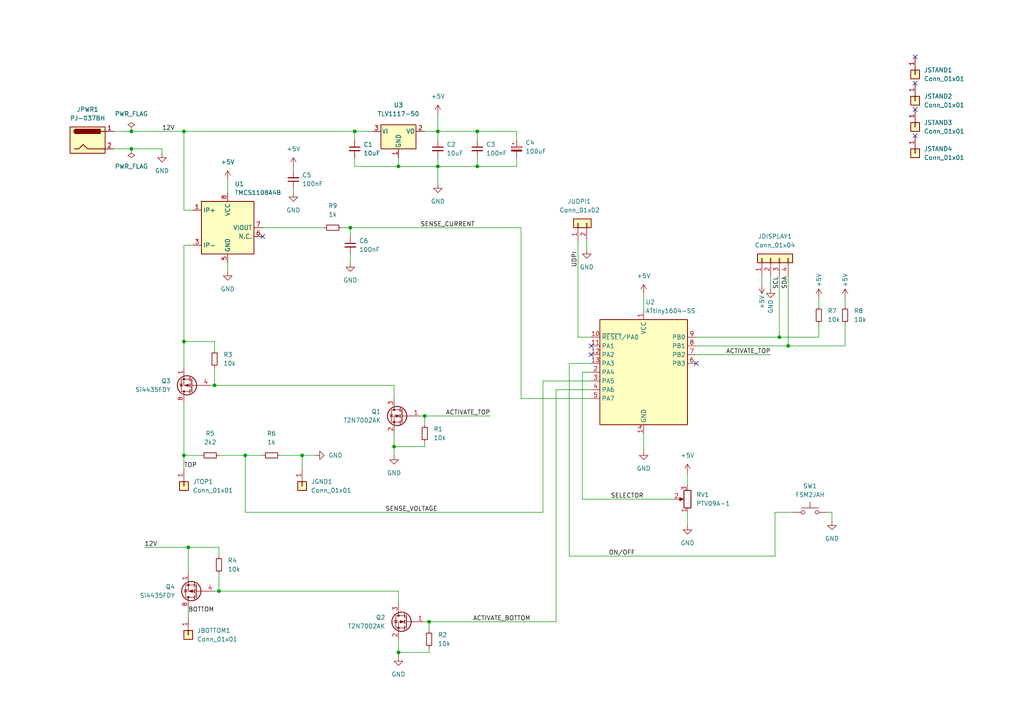
<source format=kicad_sch>
(kicad_sch (version 20211123) (generator eeschema)
  (paper "A4")
  (title_block (title "Heatplate controler") (rev "1"))
  (lib_symbols
    (symbol "Connector:Barrel_Jack" (pin_names (offset 1.016))
      (property "Reference" "J" (at 0 5.334 0))
      (property "Value" "Barrel_Jack" (at 0 -5.08 0))
      (symbol "Barrel_Jack_0_1"
        (rectangle (start -5.08 3.81) (end 5.08 -3.81) (stroke (width 0.254)) (fill (type background)))
        (arc (start -3.302 3.175) (mid -3.937 2.54) (end -3.302 1.905) (stroke (width 0.254)))
        (arc (start -3.302 3.175) (mid -3.937 2.54) (end -3.302 1.905) (stroke (width 0.254)) (fill (type outline)))
        (polyline (pts (xy 5.08 2.54) (xy 3.81 2.54)) (stroke (width 0.254)))
        (polyline (pts (xy -3.81 -2.54) (xy -2.54 -2.54) (xy -1.27 -1.27) (xy 0 -2.54) (xy 2.54 -2.54) (xy 5.08 -2.54)) (stroke (width 0.254)))
        (rectangle (start 3.683 3.175) (end -3.302 1.905) (stroke (width 0.254)) (fill (type outline)))
      )
      (symbol "Barrel_Jack_1_1"
        (pin passive line (at 7.62 2.54 180) (length 2.54) (name "~") (number "1"))
        (pin passive line (at 7.62 -2.54 180) (length 2.54) (name "~") (number "2"))
      )
    )
    (symbol "Connector_Generic:Conn_01x01" (pin_names (offset 1.016) hide)
      (property "Reference" "J" (at 0 2.54 0))
      (property "Value" "Conn_01x01" (at 0 -2.54 0))
      (symbol "Conn_01x01_1_1"
        (rectangle (start -1.27 0.127) (end 0 -0.127) (stroke (width 0.1524)))
        (rectangle (start -1.27 1.27) (end 1.27 -1.27) (stroke (width 0.254)) (fill (type background)))
        (pin passive line (at -5.08 0 0) (length 3.81) (name "Pin_1") (number "1"))
      )
    )
    (symbol "Connector_Generic:Conn_01x02" (pin_names (offset 1.016) hide)
      (property "Reference" "J" (at 0 2.54 0))
      (property "Value" "Conn_01x02" (at 0 -5.08 0))
      (symbol "Conn_01x02_1_1"
        (rectangle (start -1.27 -2.413) (end 0 -2.667) (stroke (width 0.1524)))
        (rectangle (start -1.27 0.127) (end 0 -0.127) (stroke (width 0.1524)))
        (rectangle (start -1.27 1.27) (end 1.27 -3.81) (stroke (width 0.254)) (fill (type background)))
        (pin passive line (at -5.08 0 0) (length 3.81) (name "Pin_1") (number "1"))
        (pin passive line (at -5.08 -2.54 0) (length 3.81) (name "Pin_2") (number "2"))
      )
    )
    (symbol "Connector_Generic:Conn_01x04" (pin_names (offset 1.016) hide)
      (property "Reference" "J" (at 0 5.08 0))
      (property "Value" "Conn_01x04" (at 0 -7.62 0))
      (symbol "Conn_01x04_1_1"
        (rectangle (start -1.27 -4.953) (end 0 -5.207) (stroke (width 0.1524)))
        (rectangle (start -1.27 -2.413) (end 0 -2.667) (stroke (width 0.1524)))
        (rectangle (start -1.27 0.127) (end 0 -0.127) (stroke (width 0.1524)))
        (rectangle (start -1.27 2.667) (end 0 2.413) (stroke (width 0.1524)))
        (rectangle (start -1.27 3.81) (end 1.27 -6.35) (stroke (width 0.254)) (fill (type background)))
        (pin passive line (at -5.08 2.54 0) (length 3.81) (name "Pin_1") (number "1"))
        (pin passive line (at -5.08 0 0) (length 3.81) (name "Pin_2") (number "2"))
        (pin passive line (at -5.08 -2.54 0) (length 3.81) (name "Pin_3") (number "3"))
        (pin passive line (at -5.08 -5.08 0) (length 3.81) (name "Pin_4") (number "4"))
      )
    )
    (symbol "Device:C_Polarized_Small" (pin_numbers hide) (pin_names (offset 0.254) hide)
      (property "Reference" "C" (at 0.254 1.778 0))
      (property "Value" "C_Polarized_Small" (at 0.254 -2.032 0))
      (symbol "C_Polarized_Small_0_1"
        (rectangle (start -1.524 -0.3048) (end 1.524 -0.6858) (fill (type outline)))
        (rectangle (start -1.524 0.6858) (end 1.524 0.3048))
        (polyline (pts (xy -1.27 1.524) (xy -0.762 1.524)))
        (polyline (pts (xy -1.016 1.27) (xy -1.016 1.778)))
      )
      (symbol "C_Polarized_Small_1_1"
        (pin passive line (at 0 2.54 270) (length 1.8542) (name "~") (number "1"))
        (pin passive line (at 0 -2.54 90) (length 1.8542) (name "~") (number "2"))
      )
    )
    (symbol "Device:C_Small" (pin_numbers hide) (pin_names (offset 0.254) hide)
      (property "Reference" "C" (at 0.254 1.778 0))
      (property "Value" "C_Small" (at 0.254 -2.032 0))
      (symbol "C_Small_0_1"
        (polyline (pts (xy -1.524 -0.508) (xy 1.524 -0.508)) (stroke (width 0.3302)))
        (polyline (pts (xy -1.524 0.508) (xy 1.524 0.508)) (stroke (width 0.3048)))
      )
      (symbol "C_Small_1_1"
        (pin passive line (at 0 2.54 270) (length 2.032) (name "~") (number "1"))
        (pin passive line (at 0 -2.54 90) (length 2.032) (name "~") (number "2"))
      )
    )
    (symbol "Device:R_Potentiometer" (pin_names (offset 1.016) hide)
      (property "Reference" "RV" (at -4.445 0 90))
      (property "Value" "R_Potentiometer" (at -2.54 0 90))
      (symbol "R_Potentiometer_0_1"
        (polyline (pts (xy 2.54 0) (xy 1.524 0)))
        (polyline (pts (xy 1.143 0) (xy 2.286 0.508) (xy 2.286 -0.508) (xy 1.143 0)) (fill (type outline)))
        (rectangle (start 1.016 2.54) (end -1.016 -2.54) (stroke (width 0.254)))
      )
      (symbol "R_Potentiometer_1_1"
        (pin passive line (at 0 3.81 270) (length 1.27) (name "1") (number "1"))
        (pin passive line (at 3.81 0 180) (length 1.27) (name "2") (number "2"))
        (pin passive line (at 0 -3.81 90) (length 1.27) (name "3") (number "3"))
      )
    )
    (symbol "Device:R_Small" (pin_numbers hide) (pin_names (offset 0.254) hide)
      (property "Reference" "R" (at 0.762 0.508 0))
      (property "Value" "R_Small" (at 0.762 -1.016 0))
      (symbol "R_Small_0_1"
        (rectangle (start -0.762 1.778) (end 0.762 -1.778) (stroke (width 0.2032)))
      )
      (symbol "R_Small_1_1"
        (pin passive line (at 0 2.54 270) (length 0.762) (name "~") (number "1"))
        (pin passive line (at 0 -2.54 90) (length 0.762) (name "~") (number "2"))
      )
    )
    (symbol "MCU_Microchip_ATtiny:ATtiny1604-SS"
      (property "Reference" "U" (at -12.7 16.51 0))
      (property "Value" "ATtiny1604-SS" (at 2.54 -16.51 0))
      (symbol "ATtiny1604-SS_0_1"
        (rectangle (start -12.7 -15.24) (end 12.7 15.24) (stroke (width 0.254)) (fill (type background)))
      )
      (symbol "ATtiny1604-SS_1_1"
        (pin power_in line (at 0 17.78 270) (length 2.54) (name "VCC") (number "1"))
        (pin bidirectional line (at 15.24 10.16 180) (length 2.54) (name "~{RESET}/PA0") (number "10"))
        (pin bidirectional line (at 15.24 7.62 180) (length 2.54) (name "PA1") (number "11"))
        (pin bidirectional line (at 15.24 5.08 180) (length 2.54) (name "PA2") (number "12"))
        (pin bidirectional line (at 15.24 2.54 180) (length 2.54) (name "PA3") (number "13"))
        (pin power_in line (at 0 -17.78 90) (length 2.54) (name "GND") (number "14"))
        (pin bidirectional line (at 15.24 0 180) (length 2.54) (name "PA4") (number "2"))
        (pin bidirectional line (at 15.24 -2.54 180) (length 2.54) (name "PA5") (number "3"))
        (pin bidirectional line (at 15.24 -5.08 180) (length 2.54) (name "PA6") (number "4"))
        (pin bidirectional line (at 15.24 -7.62 180) (length 2.54) (name "PA7") (number "5"))
        (pin bidirectional line (at -15.24 2.54 0) (length 2.54) (name "PB3") (number "6"))
        (pin bidirectional line (at -15.24 5.08 0) (length 2.54) (name "PB2") (number "7"))
        (pin bidirectional line (at -15.24 7.62 0) (length 2.54) (name "PB1") (number "8"))
        (pin bidirectional line (at -15.24 10.16 0) (length 2.54) (name "PB0") (number "9"))
      )
    )
    (symbol "Regulator_Linear:TLV1117-50" (pin_names (offset 0.254))
      (property "Reference" "U" (at -3.81 3.175 0))
      (property "Value" "TLV1117-50" (at 0 3.175 0))
      (symbol "TLV1117-50_0_1"
        (rectangle (start -5.08 -5.08) (end 5.08 1.905) (stroke (width 0.254)) (fill (type background)))
      )
      (symbol "TLV1117-50_1_1"
        (pin power_in line (at 0 -7.62 90) (length 2.54) (name "GND") (number "1"))
        (pin power_out line (at 7.62 0 180) (length 2.54) (name "VO") (number "2"))
        (pin power_in line (at -7.62 0 0) (length 2.54) (name "VI") (number "3"))
      )
    )
    (symbol "Sensor_Current:ACS712xLCTR-05B"
      (property "Reference" "U1" (at 2.0194 12.7 0))
      (property "Value" "TMCS1108A3U" (at 2.0194 10.16 0))
      (symbol "ACS712xLCTR-05B_0_1"
        (rectangle (start -7.62 7.62) (end 7.62 -7.62) (stroke (width 0.254)) (fill (type background)))
      )
      (symbol "ACS712xLCTR-05B_1_1"
        (pin passive line (at -10.16 5.08 0) (length 2.54) (name "IP+") (number "1"))
        (pin passive line (at -10.16 5.08 0) (length 2.54) hide (name "IP+") (number "2"))
        (pin passive line (at -10.16 -5.08 0) (length 2.54) (name "IP-") (number "3"))
        (pin passive line (at -10.16 -5.08 0) (length 2.54) hide (name "IP-") (number "4"))
        (pin power_in line (at 0 -10.16 90) (length 2.54) (name "GND") (number "5"))
        (pin passive line (at 10.16 -2.54 180) (length 2.54) (name "N.C.") (number "6"))
        (pin output line (at 10.16 0 180) (length 2.54) (name "VIOUT") (number "7"))
        (pin power_in line (at 0 10.16 270) (length 2.54) (name "VCC") (number "8"))
      )
    )
    (symbol "Switch:SW_Push" (pin_numbers hide) (pin_names (offset 1.016) hide)
      (property "Reference" "SW" (at 1.27 2.54 0))
      (property "Value" "SW_Push" (at 0 -1.524 0))
      (symbol "SW_Push_0_1"
        (circle (center -2.032 0) (radius 0.508))
        (polyline (pts (xy 0 1.27) (xy 0 3.048)))
        (polyline (pts (xy 2.54 1.27) (xy -2.54 1.27)))
        (circle (center 2.032 0) (radius 0.508))
        (pin passive line (at -5.08 0 0) (length 2.54) (name "1") (number "1"))
        (pin passive line (at 5.08 0 180) (length 2.54) (name "2") (number "2"))
      )
    )
    (symbol "Transistor_FET:2N7002E" (pin_names hide)
      (property "Reference" "Q" (at 5.08 1.905 0))
      (property "Value" "2N7002E" (at 5.08 0 0))
      (symbol "2N7002E_0_1"
        (polyline (pts (xy 0.254 0) (xy -2.54 0)))
        (polyline (pts (xy 0.254 1.905) (xy 0.254 -1.905)) (stroke (width 0.254)))
        (polyline (pts (xy 0.762 -1.27) (xy 0.762 -2.286)) (stroke (width 0.254)))
        (polyline (pts (xy 0.762 0.508) (xy 0.762 -0.508)) (stroke (width 0.254)))
        (polyline (pts (xy 0.762 2.286) (xy 0.762 1.27)) (stroke (width 0.254)))
        (polyline (pts (xy 2.54 2.54) (xy 2.54 1.778)))
        (polyline (pts (xy 2.54 -2.54) (xy 2.54 0) (xy 0.762 0)))
        (polyline (pts (xy 0.762 -1.778) (xy 3.302 -1.778) (xy 3.302 1.778) (xy 0.762 1.778)))
        (polyline (pts (xy 1.016 0) (xy 2.032 0.381) (xy 2.032 -0.381) (xy 1.016 0)) (fill (type outline)))
        (polyline (pts (xy 2.794 0.508) (xy 2.921 0.381) (xy 3.683 0.381) (xy 3.81 0.254)))
        (polyline (pts (xy 3.302 0.381) (xy 2.921 -0.254) (xy 3.683 -0.254) (xy 3.302 0.381)))
        (circle (center 1.651 0) (radius 2.794) (stroke (width 0.254)))
        (circle (center 2.54 -1.778) (radius 0.254) (fill (type outline)))
        (circle (center 2.54 1.778) (radius 0.254) (fill (type outline)))
      )
      (symbol "2N7002E_1_1"
        (pin input line (at -5.08 0 0) (length 2.54) (name "G") (number "1"))
        (pin passive line (at 2.54 -5.08 90) (length 2.54) (name "S") (number "2"))
        (pin passive line (at 2.54 5.08 270) (length 2.54) (name "D") (number "3"))
      )
    )
    (symbol "Transistor_FET:IRF7404" (pin_names hide)
      (property "Reference" "Q" (at 5.08 1.905 0))
      (property "Value" "IRF7404" (at 5.08 0 0))
      (symbol "IRF7404_0_1"
        (polyline (pts (xy 0.254 0) (xy -2.54 0)))
        (polyline (pts (xy 0.254 1.905) (xy 0.254 -1.905)) (stroke (width 0.254)))
        (polyline (pts (xy 0.762 -1.27) (xy 0.762 -2.286)) (stroke (width 0.254)))
        (polyline (pts (xy 0.762 0.508) (xy 0.762 -0.508)) (stroke (width 0.254)))
        (polyline (pts (xy 0.762 2.286) (xy 0.762 1.27)) (stroke (width 0.254)))
        (polyline (pts (xy 2.54 2.54) (xy 2.54 1.778)))
        (polyline (pts (xy 2.54 -2.54) (xy 2.54 0) (xy 0.762 0)))
        (polyline (pts (xy 0.762 1.778) (xy 3.302 1.778) (xy 3.302 -1.778) (xy 0.762 -1.778)))
        (polyline (pts (xy 2.286 0) (xy 1.27 0.381) (xy 1.27 -0.381) (xy 2.286 0)) (fill (type outline)))
        (polyline (pts (xy 2.794 -0.508) (xy 2.921 -0.381) (xy 3.683 -0.381) (xy 3.81 -0.254)))
        (polyline (pts (xy 3.302 -0.381) (xy 2.921 0.254) (xy 3.683 0.254) (xy 3.302 -0.381)))
        (circle (center 1.651 0) (radius 2.794) (stroke (width 0.254)))
        (circle (center 2.54 -1.778) (radius 0.254) (fill (type outline)))
        (circle (center 2.54 1.778) (radius 0.254) (fill (type outline)))
      )
      (symbol "IRF7404_1_1"
        (pin passive line (at 2.54 -5.08 90) (length 2.54) (name "S") (number "1"))
        (pin passive line (at 2.54 -5.08 90) (length 2.54) hide (name "S") (number "2"))
        (pin passive line (at 2.54 -5.08 90) (length 2.54) hide (name "S") (number "3"))
        (pin passive line (at -5.08 0 0) (length 2.54) (name "G") (number "4"))
        (pin passive line (at 2.54 5.08 270) (length 2.54) hide (name "D") (number "5"))
        (pin passive line (at 2.54 5.08 270) (length 2.54) hide (name "D") (number "6"))
        (pin passive line (at 2.54 5.08 270) (length 2.54) hide (name "D") (number "7"))
        (pin passive line (at 2.54 5.08 270) (length 2.54) (name "D") (number "8"))
      )
    )
    (symbol "power:+5V" (power) (pin_names (offset 0))
      (property "Value" "+5V" (at 0 3.556 0))
      (symbol "+5V_0_1"
        (polyline (pts (xy -0.762 1.27) (xy 0 2.54)))
        (polyline (pts (xy 0 0) (xy 0 2.54)))
        (polyline (pts (xy 0 2.54) (xy 0.762 1.27)))
      )
      (symbol "+5V_1_1"
        (pin power_in line (at 0 0 90) (length 0) hide (name "+5V") (number "1"))
      )
    )
    (symbol "power:GND" (power) (pin_names (offset 0))
      (property "Value" "GND" (at 0 -3.81 0))
      (symbol "GND_0_1"
        (polyline (pts (xy 0 0) (xy 0 -1.27) (xy 1.27 -1.27) (xy 0 -2.54) (xy -1.27 -1.27) (xy 0 -1.27)))
      )
      (symbol "GND_1_1"
        (pin power_in line (at 0 0 270) (length 0) hide (name "GND") (number "1"))
      )
    )
    (symbol "power:PWR_FLAG" (power) (pin_numbers hide) (pin_names (offset 0) hide)
      (property "Value" "PWR_FLAG" (at 0 3.81 0))
      (symbol "PWR_FLAG_0_0"
        (pin power_out line (at 0 0 90) (length 0) (name "pwr") (number "1"))
      )
      (symbol "PWR_FLAG_0_1"
        (polyline (pts (xy 0 0) (xy 0 1.27) (xy -1.016 1.905) (xy 0 2.54) (xy 1.016 1.905) (xy 0 1.27)))
      )
    )
  )
  (junction (at 138.43 38.1))
  (junction (at 228.6 100.33))
  (junction (at 62.23 111.76))
  (junction (at 138.43 48.26))
  (junction (at 54.61 158.75))
  (junction (at 53.34 132.08))
  (junction (at 102.87 38.1))
  (junction (at 123.19 120.65))
  (junction (at 53.34 38.1))
  (junction (at 127 48.26))
  (junction (at 38.1 38.1))
  (junction (at 38.1 43.18))
  (junction (at 71.12 132.08))
  (junction (at 87.63 132.08))
  (junction (at 101.6 66.04))
  (junction (at 115.57 189.23))
  (junction (at 127 38.1))
  (junction (at 53.34 99.06))
  (junction (at 124.46 180.34))
  (junction (at 115.57 48.26))
  (junction (at 226.06 97.79))
  (junction (at 114.3 129.54))
  (junction (at 63.5 171.45))
  (no_connect (at 76.2 68.58))
  (no_connect (at 201.93 105.41))
  (no_connect (at 171.45 102.87))
  (no_connect (at 265.43 16.51))
  (no_connect (at 171.45 100.33))
  (no_connect (at 265.43 24.13))
  (no_connect (at 265.43 31.75))
  (no_connect (at 265.43 39.37))
  (wire (pts (xy 38.1 43.18) (xy 46.99 43.18)))
  (wire (pts (xy 123.19 128.27) (xy 123.19 129.54)))
  (wire (pts (xy 224.79 148.59) (xy 224.79 161.29)))
  (wire (pts (xy 186.69 125.73) (xy 186.69 130.81)))
  (wire (pts (xy 102.87 45.72) (xy 102.87 48.26)))
  (wire (pts (xy 201.93 100.33) (xy 228.6 100.33)))
  (wire (pts (xy 101.6 73.66) (xy 101.6 76.2)))
  (wire (pts (xy 237.49 86.36) (xy 237.49 88.9)))
  (wire (pts (xy 157.48 148.59) (xy 157.48 110.49)))
  (wire (pts (xy 53.34 99.06) (xy 53.34 106.68)))
  (wire (pts (xy 226.06 97.79) (xy 237.49 97.79)))
  (wire (pts (xy 224.79 161.29) (xy 165.1 161.29)))
  (wire (pts (xy 53.34 116.84) (xy 53.34 132.08)))
  (wire (pts (xy 99.06 66.04) (xy 101.6 66.04)))
  (wire (pts (xy 123.19 38.1) (xy 127 38.1)))
  (wire (pts (xy 62.23 171.45) (xy 63.5 171.45)))
  (wire (pts (xy 149.86 48.26) (xy 149.86 45.72)))
  (wire (pts (xy 228.6 100.33) (xy 245.11 100.33)))
  (wire (pts (xy 41.91 158.75) (xy 54.61 158.75)))
  (wire (pts (xy 199.39 137.16) (xy 199.39 140.97)))
  (wire (pts (xy 226.06 80.01) (xy 226.06 97.79)))
  (wire (pts (xy 101.6 66.04) (xy 151.13 66.04)))
  (wire (pts (xy 201.93 97.79) (xy 226.06 97.79)))
  (wire (pts (xy 46.99 43.18) (xy 46.99 44.45)))
  (wire (pts (xy 60.96 111.76) (xy 62.23 111.76)))
  (wire (pts (xy 115.57 189.23) (xy 115.57 190.5)))
  (wire (pts (xy 151.13 66.04) (xy 151.13 115.57)))
  (wire (pts (xy 138.43 38.1) (xy 149.86 38.1)))
  (wire (pts (xy 123.19 120.65) (xy 123.19 123.19)))
  (wire (pts (xy 53.34 38.1) (xy 53.34 60.96)))
  (wire (pts (xy 85.09 54.61) (xy 85.09 55.88)))
  (wire (pts (xy 71.12 132.08) (xy 76.2 132.08)))
  (wire (pts (xy 170.18 69.85) (xy 170.18 72.39)))
  (wire (pts (xy 33.02 38.1) (xy 38.1 38.1)))
  (wire (pts (xy 101.6 66.04) (xy 101.6 68.58)))
  (wire (pts (xy 87.63 132.08) (xy 87.63 135.89)))
  (wire (pts (xy 124.46 187.96) (xy 124.46 189.23)))
  (wire (pts (xy 53.34 71.12) (xy 53.34 99.06)))
  (wire (pts (xy 54.61 158.75) (xy 63.5 158.75)))
  (wire (pts (xy 53.34 132.08) (xy 58.42 132.08)))
  (wire (pts (xy 241.3 148.59) (xy 240.03 148.59)))
  (wire (pts (xy 87.63 132.08) (xy 91.44 132.08)))
  (wire (pts (xy 81.28 132.08) (xy 87.63 132.08)))
  (wire (pts (xy 149.86 38.1) (xy 149.86 40.64)))
  (wire (pts (xy 71.12 148.59) (xy 157.48 148.59)))
  (wire (pts (xy 123.19 120.65) (xy 142.24 120.65)))
  (wire (pts (xy 85.09 48.26) (xy 85.09 49.53)))
  (wire (pts (xy 107.95 38.1) (xy 102.87 38.1)))
  (wire (pts (xy 161.29 113.03) (xy 171.45 113.03)))
  (wire (pts (xy 54.61 176.53) (xy 54.61 179.07)))
  (wire (pts (xy 63.5 132.08) (xy 71.12 132.08)))
  (wire (pts (xy 114.3 125.73) (xy 114.3 129.54)))
  (wire (pts (xy 53.34 38.1) (xy 102.87 38.1)))
  (wire (pts (xy 124.46 180.34) (xy 161.29 180.34)))
  (wire (pts (xy 63.5 171.45) (xy 115.57 171.45)))
  (wire (pts (xy 115.57 171.45) (xy 115.57 175.26)))
  (wire (pts (xy 66.04 52.07) (xy 66.04 55.88)))
  (wire (pts (xy 165.1 161.29) (xy 165.1 105.41)))
  (wire (pts (xy 102.87 48.26) (xy 115.57 48.26)))
  (wire (pts (xy 63.5 171.45) (xy 63.5 166.37)))
  (wire (pts (xy 62.23 101.6) (xy 62.23 99.06)))
  (wire (pts (xy 228.6 80.01) (xy 228.6 100.33)))
  (wire (pts (xy 115.57 189.23) (xy 124.46 189.23)))
  (wire (pts (xy 127 40.64) (xy 127 38.1)))
  (wire (pts (xy 127 48.26) (xy 138.43 48.26)))
  (wire (pts (xy 138.43 48.26) (xy 149.86 48.26)))
  (wire (pts (xy 53.34 132.08) (xy 53.34 135.89)))
  (wire (pts (xy 53.34 60.96) (xy 55.88 60.96)))
  (wire (pts (xy 62.23 111.76) (xy 114.3 111.76)))
  (wire (pts (xy 127 38.1) (xy 138.43 38.1)))
  (wire (pts (xy 157.48 110.49) (xy 171.45 110.49)))
  (wire (pts (xy 199.39 148.59) (xy 199.39 152.4)))
  (wire (pts (xy 127 48.26) (xy 127 53.34)))
  (wire (pts (xy 168.91 144.78) (xy 195.58 144.78)))
  (wire (pts (xy 121.92 120.65) (xy 123.19 120.65)))
  (wire (pts (xy 53.34 71.12) (xy 55.88 71.12)))
  (wire (pts (xy 38.1 43.18) (xy 33.02 43.18)))
  (wire (pts (xy 127 33.02) (xy 127 38.1)))
  (wire (pts (xy 165.1 105.41) (xy 171.45 105.41)))
  (wire (pts (xy 186.69 85.09) (xy 186.69 90.17)))
  (wire (pts (xy 171.45 115.57) (xy 151.13 115.57)))
  (wire (pts (xy 171.45 97.79) (xy 167.64 97.79)))
  (wire (pts (xy 138.43 48.26) (xy 138.43 45.72)))
  (wire (pts (xy 115.57 185.42) (xy 115.57 189.23)))
  (wire (pts (xy 241.3 151.13) (xy 241.3 148.59)))
  (wire (pts (xy 220.98 80.01) (xy 220.98 82.55)))
  (wire (pts (xy 71.12 132.08) (xy 71.12 148.59)))
  (wire (pts (xy 127 48.26) (xy 127 45.72)))
  (wire (pts (xy 63.5 161.29) (xy 63.5 158.75)))
  (wire (pts (xy 168.91 107.95) (xy 171.45 107.95)))
  (wire (pts (xy 66.04 76.2) (xy 66.04 78.74)))
  (wire (pts (xy 224.79 148.59) (xy 229.87 148.59)))
  (wire (pts (xy 223.52 80.01) (xy 223.52 83.82)))
  (wire (pts (xy 245.11 100.33) (xy 245.11 93.98)))
  (wire (pts (xy 54.61 158.75) (xy 54.61 166.37)))
  (wire (pts (xy 168.91 144.78) (xy 168.91 107.95)))
  (wire (pts (xy 237.49 93.98) (xy 237.49 97.79)))
  (wire (pts (xy 38.1 38.1) (xy 53.34 38.1)))
  (wire (pts (xy 161.29 180.34) (xy 161.29 113.03)))
  (wire (pts (xy 62.23 111.76) (xy 62.23 106.68)))
  (wire (pts (xy 115.57 45.72) (xy 115.57 48.26)))
  (wire (pts (xy 114.3 129.54) (xy 123.19 129.54)))
  (wire (pts (xy 123.19 180.34) (xy 124.46 180.34)))
  (wire (pts (xy 114.3 129.54) (xy 114.3 132.08)))
  (wire (pts (xy 245.11 86.36) (xy 245.11 88.9)))
  (wire (pts (xy 102.87 38.1) (xy 102.87 40.64)))
  (wire (pts (xy 115.57 48.26) (xy 127 48.26)))
  (wire (pts (xy 114.3 111.76) (xy 114.3 115.57)))
  (wire (pts (xy 76.2 66.04) (xy 93.98 66.04)))
  (wire (pts (xy 201.93 102.87) (xy 223.52 102.87)))
  (wire (pts (xy 53.34 99.06) (xy 62.23 99.06)))
  (wire (pts (xy 138.43 38.1) (xy 138.43 40.64)))
  (wire (pts (xy 167.64 69.85) (xy 167.64 97.79)))
  (wire (pts (xy 124.46 180.34) (xy 124.46 182.88)))
  (label "UDPI" (at 167.64 77.47 90))
  (label "SENSE_CURRENT" (at 121.92 66.04 0))
  (label "12V" (at 46.99 38.1 0))
  (label "12V" (at 41.91 158.75 0))
  (label "SELECTOR" (at 186.69 144.78 180))
  (label "SCL" (at 226.06 83.82 90))
  (label "SDA" (at 228.6 83.82 90))
  (label "ACTIVATE_TOP" (at 142.24 120.65 180))
  (label "SENSE_VOLTAGE" (at 111.76 148.59 0))
  (label "ACTIVATE_BOTTOM" (at 137.16 180.34 0))
  (label "BOTTOM" (at 54.61 177.8 0))
  (label "TOP" (at 53.34 135.89 0))
  (label "ACTIVATE_TOP" (at 223.52 102.87 180))
  (label "ON{slash}OFF" (at 176.53 161.29 0))
  (symbol (lib_id "power:GND") (at 127 53.34 0) (unit 1)
    (property "Reference" "#PWR0101" (effects hide))
    (property "Value" "GND" (at 127 58.42 0))
  )
  (symbol (lib_id "Device:C_Polarized_Small") (at 149.86 43.18 0) (unit 1)
    (property "Reference" "C4" (at 152.4 41.3638 0) (effects (justify left)))
    (property "Value" "100uF" (at 152.4 43.9038 0) (effects (justify left)))
    (property "Footprint" "Capacitor_Tantalum_SMD:CP_EIA-3528-21_Kemet-B_Pad1.50x2.35mm_HandSolder" (effects hide))
  )
  (symbol (lib_id "Connector:Barrel_Jack") (at 25.4 40.64 0) (unit 1)
    (property "Reference" "JPWR1" (at 25.4 31.75 0))
    (property "Value" "PJ-037BH" (at 25.4 34.29 0))
    (property "Footprint" "Library:PJ_037BH" (effects hide))
  )
  (symbol (lib_id "power:PWR_FLAG") (at 38.1 38.1 0) (unit 1)
    (property "Reference" "#FLG0102" (effects hide))
    (property "Value" "PWR_FLAG" (at 38.1 33.02 0))
  )
  (symbol (lib_id "Device:C_Small") (at 101.6 71.12 0) (unit 1)
    (property "Reference" "C6" (at 104.14 69.8562 0) (effects (justify left)))
    (property "Value" "100nF" (at 104.14 72.3962 0) (effects (justify left)))
    (property "Footprint" "Capacitor_SMD:C_0603_1608Metric_Pad1.08x0.95mm_HandSolder" (effects hide))
  )
  (symbol (lib_id "Sensor_Current:ACS712xLCTR-05B") (at 66.04 66.04 0) (unit 1)
    (property "Reference" "U1" (at 68.0594 53.34 0) (effects (justify left)))
    (property "Value" "TMCS1108A4B" (at 68.0594 55.88 0) (effects (justify left)))
    (property "Footprint" "Package_SO:SOIC-8_3.9x4.9mm_P1.27mm" (effects hide))
    (property "Datasheet" "http://www.allegromicro.com/~/media/Files/Datasheets/ACS712-Datasheet.ashx?la=en" (effects hide))
  )
  (symbol (lib_id "Device:R_Potentiometer") (at 199.39 144.78 180) (unit 1)
    (property "Reference" "RV1" (at 201.93 143.5099 0) (effects (justify right)))
    (property "Value" "PTV09A-1" (at 201.93 146.0499 0) (effects (justify right)))
    (property "Footprint" "Potentiometer_THT:Potentiometer_Bourns_PTV09A-1_Single_Vertical" (effects hide))
  )
  (symbol (lib_id "power:GND") (at 114.3 132.08 0) (unit 1)
    (property "Reference" "#PWR0115" (effects hide))
    (property "Value" "GND" (at 114.3 137.16 0))
  )
  (symbol (lib_id "Connector_Generic:Conn_01x01") (at 265.43 21.59 270) (unit 1)
    (property "Reference" "JSTAND1" (at 267.97 20.3199 90) (effects (justify left)))
    (property "Value" "Conn_01x01" (at 267.97 22.8599 90) (effects (justify left)))
    (property "Footprint" "Library:MountingHole_3.2mm_Large" (effects hide))
  )
  (symbol (lib_id "Device:R_Small") (at 60.96 132.08 90) (unit 1)
    (property "Reference" "R5" (at 60.96 125.73 90))
    (property "Value" "2k2" (at 60.96 128.27 90))
    (property "Footprint" "Resistor_SMD:R_0805_2012Metric_Pad1.20x1.40mm_HandSolder" (effects hide))
  )
  (symbol (lib_id "Transistor_FET:IRF7404") (at 57.15 171.45 180) (unit 1)
    (property "Reference" "Q4" (at 50.8 170.1799 0) (effects (justify left)))
    (property "Value" "Si4435FDY" (at 50.8 172.7199 0) (effects (justify left)))
    (property "Footprint" "Package_SO:SOIC-8_3.9x4.9mm_P1.27mm" (effects hide))
    (property "Datasheet" "http://www.infineon.com/dgdl/irf7404.pdf?fileId=5546d462533600a4015355fa2b5b1b9e" (effects hide))
  )
  (symbol (lib_id "Connector_Generic:Conn_01x01") (at 54.61 184.15 270) (unit 1)
    (property "Reference" "JBOTTOM1" (at 57.15 182.8799 90) (effects (justify left)))
    (property "Value" "Conn_01x01" (at 57.15 185.4199 90) (effects (justify left)))
    (property "Footprint" "Library:MountingHole_3.2mm_Large" (effects hide))
  )
  (symbol (lib_id "power:GND") (at 199.39 152.4 0) (mirror y) (unit 1)
    (property "Reference" "#PWR0113" (effects hide))
    (property "Value" "GND" (at 199.39 157.48 0))
  )
  (symbol (lib_id "Transistor_FET:2N7002E") (at 118.11 180.34 0) (mirror y) (unit 1)
    (property "Reference" "Q2" (at 111.76 179.0699 0) (effects (justify left)))
    (property "Value" "T2N7002AK" (at 111.76 181.6099 0) (effects (justify left)))
    (property "Footprint" "Package_TO_SOT_SMD:SOT-23" (effects hide))
    (property "Datasheet" "http://www.diodes.com/assets/Datasheets/ds30376.pdf" (effects hide))
  )
  (symbol (lib_id "Transistor_FET:2N7002E") (at 116.84 120.65 0) (mirror y) (unit 1)
    (property "Reference" "Q1" (at 110.49 119.3799 0) (effects (justify left)))
    (property "Value" "T2N7002AK" (at 110.49 121.9199 0) (effects (justify left)))
    (property "Footprint" "Package_TO_SOT_SMD:SOT-23" (effects hide))
    (property "Datasheet" "http://www.diodes.com/assets/Datasheets/ds30376.pdf" (effects hide))
  )
  (symbol (lib_id "power:GND") (at 170.18 72.39 0) (unit 1)
    (property "Reference" "#PWR0108" (effects hide))
    (property "Value" "GND" (at 170.18 77.47 0))
  )
  (symbol (lib_id "power:GND") (at 85.09 55.88 0) (unit 1)
    (property "Reference" "#PWR0118" (effects hide))
    (property "Value" "GND" (at 85.09 60.96 0))
  )
  (symbol (lib_id "power:GND") (at 186.69 130.81 0) (unit 1)
    (property "Reference" "#PWR0109" (effects hide))
    (property "Value" "GND" (at 186.69 135.89 0))
  )
  (symbol (lib_id "Connector_Generic:Conn_01x01") (at 265.43 36.83 270) (unit 1)
    (property "Reference" "JSTAND3" (at 267.97 35.5599 90) (effects (justify left)))
    (property "Value" "Conn_01x01" (at 267.97 38.0999 90) (effects (justify left)))
    (property "Footprint" "Library:MountingHole_3.2mm_Large" (effects hide))
  )
  (symbol (lib_id "Device:R_Small") (at 123.19 125.73 0) (unit 1)
    (property "Reference" "R1" (at 125.73 124.4599 0) (effects (justify left)))
    (property "Value" "10k" (at 125.73 126.9999 0) (effects (justify left)))
    (property "Footprint" "Resistor_SMD:R_0805_2012Metric_Pad1.20x1.40mm_HandSolder" (effects hide))
  )
  (symbol (lib_id "power:GND") (at 241.3 151.13 0) (unit 1)
    (property "Reference" "#PWR0104" (effects hide))
    (property "Value" "GND" (at 241.3 156.21 0))
  )
  (symbol (lib_id "Device:R_Small") (at 63.5 163.83 0) (unit 1)
    (property "Reference" "R4" (at 66.04 162.5599 0) (effects (justify left)))
    (property "Value" "10k" (at 66.04 165.0999 0) (effects (justify left)))
    (property "Footprint" "Resistor_SMD:R_0805_2012Metric_Pad1.20x1.40mm_HandSolder" (effects hide))
  )
  (symbol (lib_id "power:+5V") (at 245.11 86.36 0) (unit 1)
    (property "Reference" "#PWR02" (effects hide))
    (property "Value" "+5V" (at 245.11 81.28 90))
  )
  (symbol (lib_id "Regulator_Linear:TLV1117-50") (at 115.57 38.1 0) (unit 1)
    (property "Reference" "U3" (at 115.57 30.48 0))
    (property "Value" "TLV1117-50" (at 115.57 33.02 0))
    (property "Footprint" "Package_TO_SOT_SMD:SOT-223-3_TabPin2" (effects hide))
    (property "Datasheet" "http://www.ti.com/lit/ds/symlink/tlv1117.pdf" (effects hide))
  )
  (symbol (lib_id "Switch:SW_Push") (at 234.95 148.59 0) (unit 1)
    (property "Reference" "SW1" (at 234.95 140.97 0))
    (property "Value" "FSM2JAH" (at 234.95 143.51 0))
    (property "Footprint" "Button_Switch_THT:SW_PUSH_6mm" (effects hide))
  )
  (symbol (lib_id "power:+5V") (at 220.98 82.55 180) (unit 1)
    (property "Reference" "#PWR0105" (effects hide))
    (property "Value" "+5V" (at 220.98 87.63 90))
  )
  (symbol (lib_id "Device:R_Small") (at 96.52 66.04 90) (unit 1)
    (property "Reference" "R9" (at 96.52 59.69 90))
    (property "Value" "1k" (at 96.52 62.23 90))
    (property "Footprint" "Resistor_SMD:R_0805_2012Metric_Pad1.20x1.40mm_HandSolder" (effects hide))
  )
  (symbol (lib_id "Device:C_Small") (at 85.09 52.07 180) (unit 1)
    (property "Reference" "C5" (at 87.63 50.7935 0) (effects (justify right)))
    (property "Value" "100nF" (at 87.63 53.3335 0) (effects (justify right)))
    (property "Footprint" "Capacitor_SMD:C_0603_1608Metric_Pad1.08x0.95mm_HandSolder" (effects hide))
  )
  (symbol (lib_id "power:+5V") (at 237.49 86.36 0) (unit 1)
    (property "Reference" "#PWR01" (effects hide))
    (property "Value" "+5V" (at 237.49 81.28 90))
  )
  (symbol (lib_id "Device:R_Small") (at 237.49 91.44 180) (unit 1)
    (property "Reference" "R7" (at 240.03 90.1699 0) (effects (justify right)))
    (property "Value" "10k" (at 240.03 92.7099 0) (effects (justify right)))
    (property "Footprint" "Resistor_SMD:R_0805_2012Metric_Pad1.20x1.40mm_HandSolder" (effects hide))
  )
  (symbol (lib_id "Device:C_Small") (at 102.87 43.18 0) (unit 1)
    (property "Reference" "C1" (at 105.41 41.9162 0) (effects (justify left)))
    (property "Value" "10uF" (at 105.41 44.4562 0) (effects (justify left)))
    (property "Footprint" "Capacitor_SMD:C_0805_2012Metric_Pad1.18x1.45mm_HandSolder" (effects hide))
  )
  (symbol (lib_id "Connector_Generic:Conn_01x01") (at 87.63 140.97 270) (unit 1)
    (property "Reference" "JGND1" (at 90.17 139.6999 90) (effects (justify left)))
    (property "Value" "Conn_01x01" (at 90.17 142.2399 90) (effects (justify left)))
    (property "Footprint" "Library:MountingHole_3.2mm_Large" (effects hide))
  )
  (symbol (lib_id "power:GND") (at 101.6 76.2 0) (unit 1)
    (property "Reference" "#PWR0119" (effects hide))
    (property "Value" "GND" (at 101.6 81.28 0))
  )
  (symbol (lib_id "Device:R_Small") (at 78.74 132.08 90) (unit 1)
    (property "Reference" "R6" (at 78.74 125.73 90))
    (property "Value" "1k" (at 78.74 128.27 90))
    (property "Footprint" "Resistor_SMD:R_0805_2012Metric_Pad1.20x1.40mm_HandSolder" (effects hide))
  )
  (symbol (lib_id "power:GND") (at 223.52 83.82 0) (unit 1)
    (property "Reference" "#PWR0106" (effects hide))
    (property "Value" "GND" (at 223.52 88.9 90))
  )
  (symbol (lib_id "Device:R_Small") (at 62.23 104.14 0) (unit 1)
    (property "Reference" "R3" (at 64.77 102.8699 0) (effects (justify left)))
    (property "Value" "10k" (at 64.77 105.4099 0) (effects (justify left)))
    (property "Footprint" "Resistor_SMD:R_0805_2012Metric_Pad1.20x1.40mm_HandSolder" (effects hide))
  )
  (symbol (lib_id "power:GND") (at 91.44 132.08 90) (unit 1)
    (property "Reference" "#PWR0112" (effects hide))
    (property "Value" "GND" (at 95.25 132.0799 90) (effects (justify right)))
  )
  (symbol (lib_id "Device:C_Small") (at 127 43.18 0) (unit 1)
    (property "Reference" "C2" (at 129.54 41.9162 0) (effects (justify left)))
    (property "Value" "10uF" (at 129.54 44.4562 0) (effects (justify left)))
    (property "Footprint" "Capacitor_SMD:C_0805_2012Metric_Pad1.18x1.45mm_HandSolder" (effects hide))
  )
  (symbol (lib_id "Connector_Generic:Conn_01x01") (at 53.34 140.97 270) (unit 1)
    (property "Reference" "JTOP1" (at 55.88 139.6999 90) (effects (justify left)))
    (property "Value" "Conn_01x01" (at 55.88 142.2399 90) (effects (justify left)))
    (property "Footprint" "Library:MountingHole_3.2mm_Large" (effects hide))
  )
  (symbol (lib_id "power:GND") (at 46.99 44.45 0) (unit 1)
    (property "Reference" "#PWR0103" (effects hide))
    (property "Value" "GND" (at 46.99 49.53 0))
  )
  (symbol (lib_id "Connector_Generic:Conn_01x02") (at 167.64 64.77 90) (unit 1)
    (property "Reference" "JUDPI1" (at 171.45 58.42 90) (effects (justify left)))
    (property "Value" "Conn_01x02" (at 173.99 60.96 90) (effects (justify left)))
    (property "Footprint" "Connector_PinHeader_2.54mm:PinHeader_1x02_P2.54mm_Vertical" (effects hide))
  )
  (symbol (lib_id "power:+5V") (at 199.39 137.16 0) (mirror y) (unit 1)
    (property "Reference" "#PWR0114" (effects hide))
    (property "Value" "+5V" (at 199.39 132.08 0))
  )
  (symbol (lib_id "power:+5V") (at 66.04 52.07 0) (unit 1)
    (property "Reference" "#PWR0111" (effects hide))
    (property "Value" "+5V" (at 66.04 46.99 0))
  )
  (symbol (lib_id "power:+5V") (at 186.69 85.09 0) (unit 1)
    (property "Reference" "#PWR0107" (effects hide))
    (property "Value" "+5V" (at 186.69 80.01 0))
  )
  (symbol (lib_id "Transistor_FET:IRF7404") (at 55.88 111.76 180) (unit 1)
    (property "Reference" "Q3" (at 49.53 110.4899 0) (effects (justify left)))
    (property "Value" "Si4435FDY" (at 49.53 113.0299 0) (effects (justify left)))
    (property "Footprint" "Package_SO:SOIC-8_3.9x4.9mm_P1.27mm" (effects hide))
    (property "Datasheet" "http://www.infineon.com/dgdl/irf7404.pdf?fileId=5546d462533600a4015355fa2b5b1b9e" (effects hide))
  )
  (symbol (lib_id "power:+5V") (at 85.09 48.26 0) (unit 1)
    (property "Reference" "#PWR0117" (effects hide))
    (property "Value" "+5V" (at 85.09 43.18 0))
  )
  (symbol (lib_id "Device:R_Small") (at 124.46 185.42 0) (unit 1)
    (property "Reference" "R2" (at 127 184.1499 0) (effects (justify left)))
    (property "Value" "10k" (at 127 186.6899 0) (effects (justify left)))
    (property "Footprint" "Resistor_SMD:R_0805_2012Metric_Pad1.20x1.40mm_HandSolder" (effects hide))
  )
  (symbol (lib_id "Connector_Generic:Conn_01x01") (at 265.43 44.45 270) (unit 1)
    (property "Reference" "JSTAND4" (at 267.97 43.1799 90) (effects (justify left)))
    (property "Value" "Conn_01x01" (at 267.97 45.7199 90) (effects (justify left)))
    (property "Footprint" "Library:MountingHole_3.2mm_Large" (effects hide))
  )
  (symbol (lib_id "MCU_Microchip_ATtiny:ATtiny1604-SS") (at 186.69 107.95 0) (mirror y) (unit 1)
    (property "Reference" "U2" (at 187.2106 87.63 0) (effects (justify right)))
    (property "Value" "ATtiny1604-SS" (at 187.2106 90.17 0) (effects (justify right)))
    (property "Footprint" "Package_SO:SOIC-14_3.9x8.7mm_P1.27mm" (effects hide))
    (property "Datasheet" "http://ww1.microchip.com/downloads/en/DeviceDoc/ATtiny804_1604-Data-Sheet-40002028A.pdf" (effects hide))
  )
  (symbol (lib_id "Device:R_Small") (at 245.11 91.44 180) (unit 1)
    (property "Reference" "R8" (at 247.65 90.1699 0) (effects (justify right)))
    (property "Value" "10k" (at 247.65 92.7099 0) (effects (justify right)))
    (property "Footprint" "Resistor_SMD:R_0805_2012Metric_Pad1.20x1.40mm_HandSolder" (effects hide))
  )
  (symbol (lib_id "power:GND") (at 115.57 190.5 0) (unit 1)
    (property "Reference" "#PWR0116" (effects hide))
    (property "Value" "GND" (at 115.57 195.58 0))
  )
  (symbol (lib_id "Connector_Generic:Conn_01x04") (at 223.52 74.93 90) (unit 1)
    (property "Reference" "JDISPLAY1" (at 224.79 68.58 90))
    (property "Value" "Conn_01x04" (at 224.79 71.12 90))
    (property "Footprint" "Connector_PinHeader_2.54mm:PinHeader_1x04_P2.54mm_Vertical" (effects hide))
  )
  (symbol (lib_id "power:GND") (at 66.04 78.74 0) (unit 1)
    (property "Reference" "#PWR0110" (effects hide))
    (property "Value" "GND" (at 66.04 83.82 0))
  )
  (symbol (lib_id "power:+5V") (at 127 33.02 0) (unit 1)
    (property "Reference" "#PWR0102" (effects hide))
    (property "Value" "+5V" (at 127 27.94 0))
  )
  (symbol (lib_id "Device:C_Small") (at 138.43 43.18 0) (unit 1)
    (property "Reference" "C3" (at 140.97 41.9162 0) (effects (justify left)))
    (property "Value" "100nF" (at 140.97 44.4562 0) (effects (justify left)))
    (property "Footprint" "Capacitor_SMD:C_0603_1608Metric_Pad1.08x0.95mm_HandSolder" (effects hide))
  )
  (symbol (lib_id "Connector_Generic:Conn_01x01") (at 265.43 29.21 270) (unit 1)
    (property "Reference" "JSTAND2" (at 267.97 27.9399 90) (effects (justify left)))
    (property "Value" "Conn_01x01" (at 267.97 30.4799 90) (effects (justify left)))
    (property "Footprint" "Library:MountingHole_3.2mm_Large" (effects hide))
  )
  (symbol (lib_id "power:PWR_FLAG") (at 38.1 43.18 180) (unit 1)
    (property "Reference" "#FLG0101" (effects hide))
    (property "Value" "PWR_FLAG" (at 38.1 48.26 0))
  )
)
</source>
